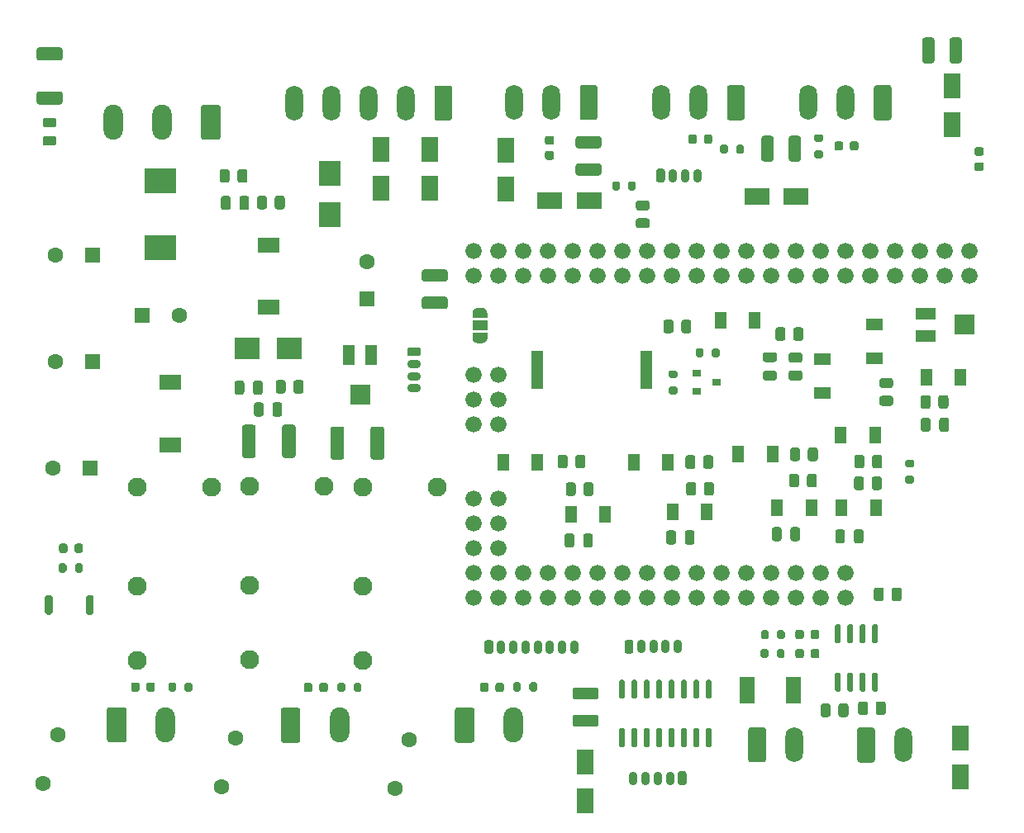
<source format=gbr>
%TF.GenerationSoftware,KiCad,Pcbnew,(5.1.9)-1*%
%TF.CreationDate,2021-01-26T21:07:48+02:00*%
%TF.ProjectId,Car_bs_controller_nex_mega,4361725f-6273-45f6-936f-6e74726f6c6c,rev?*%
%TF.SameCoordinates,Original*%
%TF.FileFunction,Soldermask,Top*%
%TF.FilePolarity,Negative*%
%FSLAX46Y46*%
G04 Gerber Fmt 4.6, Leading zero omitted, Abs format (unit mm)*
G04 Created by KiCad (PCBNEW (5.1.9)-1) date 2021-01-26 21:07:48*
%MOMM*%
%LPD*%
G01*
G04 APERTURE LIST*
%ADD10O,0.900000X1.400000*%
%ADD11R,1.800000X2.500000*%
%ADD12R,2.500000X1.800000*%
%ADD13C,1.676400*%
%ADD14R,1.300000X2.000000*%
%ADD15R,2.000000X2.000000*%
%ADD16C,1.600000*%
%ADD17R,2.000000X1.300000*%
%ADD18R,0.900000X0.800000*%
%ADD19R,1.200000X4.000000*%
%ADD20R,1.500000X1.000000*%
%ADD21C,0.100000*%
%ADD22O,2.000000X3.600000*%
%ADD23O,1.800000X3.600000*%
%ADD24R,1.500000X2.700000*%
%ADD25R,1.300000X1.700000*%
%ADD26R,1.700000X1.300000*%
%ADD27R,2.300000X2.500000*%
%ADD28R,2.500000X2.300000*%
%ADD29R,3.300000X2.500000*%
%ADD30R,1.600000X1.600000*%
%ADD31O,1.400000X0.900000*%
%ADD32R,2.200000X1.500000*%
%ADD33C,1.950000*%
G04 APERTURE END LIST*
%TO.C,R77*%
G36*
G01*
X120178880Y-61379780D02*
X120178880Y-60829780D01*
G75*
G02*
X120378880Y-60629780I200000J0D01*
G01*
X120778880Y-60629780D01*
G75*
G02*
X120978880Y-60829780I0J-200000D01*
G01*
X120978880Y-61379780D01*
G75*
G02*
X120778880Y-61579780I-200000J0D01*
G01*
X120378880Y-61579780D01*
G75*
G02*
X120178880Y-61379780I0J200000D01*
G01*
G37*
G36*
G01*
X118528880Y-61379780D02*
X118528880Y-60829780D01*
G75*
G02*
X118728880Y-60629780I200000J0D01*
G01*
X119128880Y-60629780D01*
G75*
G02*
X119328880Y-60829780I0J-200000D01*
G01*
X119328880Y-61379780D01*
G75*
G02*
X119128880Y-61579780I-200000J0D01*
G01*
X118728880Y-61579780D01*
G75*
G02*
X118528880Y-61379780I0J200000D01*
G01*
G37*
%TD*%
D10*
%TO.C,J15*%
X127249880Y-60043060D03*
X125999880Y-60043060D03*
X124749880Y-60043060D03*
G36*
G01*
X123049880Y-60518060D02*
X123049880Y-59568060D01*
G75*
G02*
X123274880Y-59343060I225000J0D01*
G01*
X123724880Y-59343060D01*
G75*
G02*
X123949880Y-59568060I0J-225000D01*
G01*
X123949880Y-60518060D01*
G75*
G02*
X123724880Y-60743060I-225000J0D01*
G01*
X123274880Y-60743060D01*
G75*
G02*
X123049880Y-60518060I0J225000D01*
G01*
G37*
%TD*%
D11*
%TO.C,D38*%
X115743000Y-120184000D03*
X115743000Y-124184000D03*
%TD*%
%TO.C,D44*%
X153345000Y-54806600D03*
X153345000Y-50806600D03*
%TD*%
D12*
%TO.C,D42*%
X133358000Y-62219800D03*
X137358000Y-62219800D03*
%TD*%
%TO.C,D43*%
X112168000Y-62595800D03*
X116168000Y-62595800D03*
%TD*%
%TO.C,F1*%
G36*
G01*
X61979101Y-48255200D02*
X59829099Y-48255200D01*
G75*
G02*
X59579100Y-48005201I0J249999D01*
G01*
X59579100Y-47155199D01*
G75*
G02*
X59829099Y-46905200I249999J0D01*
G01*
X61979101Y-46905200D01*
G75*
G02*
X62229100Y-47155199I0J-249999D01*
G01*
X62229100Y-48005201D01*
G75*
G02*
X61979101Y-48255200I-249999J0D01*
G01*
G37*
G36*
G01*
X61979101Y-52755200D02*
X59829099Y-52755200D01*
G75*
G02*
X59579100Y-52505201I0J249999D01*
G01*
X59579100Y-51655199D01*
G75*
G02*
X59829099Y-51405200I249999J0D01*
G01*
X61979101Y-51405200D01*
G75*
G02*
X62229100Y-51655199I0J-249999D01*
G01*
X62229100Y-52505201D01*
G75*
G02*
X61979101Y-52755200I-249999J0D01*
G01*
G37*
%TD*%
D10*
%TO.C,J8*%
X120710000Y-121839000D03*
X121960000Y-121839000D03*
X123210000Y-121839000D03*
X124460000Y-121839000D03*
G36*
G01*
X126160000Y-121364000D02*
X126160000Y-122314000D01*
G75*
G02*
X125935000Y-122539000I-225000J0D01*
G01*
X125485000Y-122539000D01*
G75*
G02*
X125260000Y-122314000I0J225000D01*
G01*
X125260000Y-121364000D01*
G75*
G02*
X125485000Y-121139000I225000J0D01*
G01*
X125935000Y-121139000D01*
G75*
G02*
X126160000Y-121364000I0J-225000D01*
G01*
G37*
%TD*%
%TO.C,U6*%
G36*
G01*
X128277000Y-116709000D02*
X128577000Y-116709000D01*
G75*
G02*
X128727000Y-116859000I0J-150000D01*
G01*
X128727000Y-118509000D01*
G75*
G02*
X128577000Y-118659000I-150000J0D01*
G01*
X128277000Y-118659000D01*
G75*
G02*
X128127000Y-118509000I0J150000D01*
G01*
X128127000Y-116859000D01*
G75*
G02*
X128277000Y-116709000I150000J0D01*
G01*
G37*
G36*
G01*
X127007000Y-116709000D02*
X127307000Y-116709000D01*
G75*
G02*
X127457000Y-116859000I0J-150000D01*
G01*
X127457000Y-118509000D01*
G75*
G02*
X127307000Y-118659000I-150000J0D01*
G01*
X127007000Y-118659000D01*
G75*
G02*
X126857000Y-118509000I0J150000D01*
G01*
X126857000Y-116859000D01*
G75*
G02*
X127007000Y-116709000I150000J0D01*
G01*
G37*
G36*
G01*
X125737000Y-116709000D02*
X126037000Y-116709000D01*
G75*
G02*
X126187000Y-116859000I0J-150000D01*
G01*
X126187000Y-118509000D01*
G75*
G02*
X126037000Y-118659000I-150000J0D01*
G01*
X125737000Y-118659000D01*
G75*
G02*
X125587000Y-118509000I0J150000D01*
G01*
X125587000Y-116859000D01*
G75*
G02*
X125737000Y-116709000I150000J0D01*
G01*
G37*
G36*
G01*
X124467000Y-116709000D02*
X124767000Y-116709000D01*
G75*
G02*
X124917000Y-116859000I0J-150000D01*
G01*
X124917000Y-118509000D01*
G75*
G02*
X124767000Y-118659000I-150000J0D01*
G01*
X124467000Y-118659000D01*
G75*
G02*
X124317000Y-118509000I0J150000D01*
G01*
X124317000Y-116859000D01*
G75*
G02*
X124467000Y-116709000I150000J0D01*
G01*
G37*
G36*
G01*
X123197000Y-116709000D02*
X123497000Y-116709000D01*
G75*
G02*
X123647000Y-116859000I0J-150000D01*
G01*
X123647000Y-118509000D01*
G75*
G02*
X123497000Y-118659000I-150000J0D01*
G01*
X123197000Y-118659000D01*
G75*
G02*
X123047000Y-118509000I0J150000D01*
G01*
X123047000Y-116859000D01*
G75*
G02*
X123197000Y-116709000I150000J0D01*
G01*
G37*
G36*
G01*
X121927000Y-116709000D02*
X122227000Y-116709000D01*
G75*
G02*
X122377000Y-116859000I0J-150000D01*
G01*
X122377000Y-118509000D01*
G75*
G02*
X122227000Y-118659000I-150000J0D01*
G01*
X121927000Y-118659000D01*
G75*
G02*
X121777000Y-118509000I0J150000D01*
G01*
X121777000Y-116859000D01*
G75*
G02*
X121927000Y-116709000I150000J0D01*
G01*
G37*
G36*
G01*
X120657000Y-116709000D02*
X120957000Y-116709000D01*
G75*
G02*
X121107000Y-116859000I0J-150000D01*
G01*
X121107000Y-118509000D01*
G75*
G02*
X120957000Y-118659000I-150000J0D01*
G01*
X120657000Y-118659000D01*
G75*
G02*
X120507000Y-118509000I0J150000D01*
G01*
X120507000Y-116859000D01*
G75*
G02*
X120657000Y-116709000I150000J0D01*
G01*
G37*
G36*
G01*
X119387000Y-116709000D02*
X119687000Y-116709000D01*
G75*
G02*
X119837000Y-116859000I0J-150000D01*
G01*
X119837000Y-118509000D01*
G75*
G02*
X119687000Y-118659000I-150000J0D01*
G01*
X119387000Y-118659000D01*
G75*
G02*
X119237000Y-118509000I0J150000D01*
G01*
X119237000Y-116859000D01*
G75*
G02*
X119387000Y-116709000I150000J0D01*
G01*
G37*
G36*
G01*
X119387000Y-111759000D02*
X119687000Y-111759000D01*
G75*
G02*
X119837000Y-111909000I0J-150000D01*
G01*
X119837000Y-113559000D01*
G75*
G02*
X119687000Y-113709000I-150000J0D01*
G01*
X119387000Y-113709000D01*
G75*
G02*
X119237000Y-113559000I0J150000D01*
G01*
X119237000Y-111909000D01*
G75*
G02*
X119387000Y-111759000I150000J0D01*
G01*
G37*
G36*
G01*
X120657000Y-111759000D02*
X120957000Y-111759000D01*
G75*
G02*
X121107000Y-111909000I0J-150000D01*
G01*
X121107000Y-113559000D01*
G75*
G02*
X120957000Y-113709000I-150000J0D01*
G01*
X120657000Y-113709000D01*
G75*
G02*
X120507000Y-113559000I0J150000D01*
G01*
X120507000Y-111909000D01*
G75*
G02*
X120657000Y-111759000I150000J0D01*
G01*
G37*
G36*
G01*
X121927000Y-111759000D02*
X122227000Y-111759000D01*
G75*
G02*
X122377000Y-111909000I0J-150000D01*
G01*
X122377000Y-113559000D01*
G75*
G02*
X122227000Y-113709000I-150000J0D01*
G01*
X121927000Y-113709000D01*
G75*
G02*
X121777000Y-113559000I0J150000D01*
G01*
X121777000Y-111909000D01*
G75*
G02*
X121927000Y-111759000I150000J0D01*
G01*
G37*
G36*
G01*
X123197000Y-111759000D02*
X123497000Y-111759000D01*
G75*
G02*
X123647000Y-111909000I0J-150000D01*
G01*
X123647000Y-113559000D01*
G75*
G02*
X123497000Y-113709000I-150000J0D01*
G01*
X123197000Y-113709000D01*
G75*
G02*
X123047000Y-113559000I0J150000D01*
G01*
X123047000Y-111909000D01*
G75*
G02*
X123197000Y-111759000I150000J0D01*
G01*
G37*
G36*
G01*
X124467000Y-111759000D02*
X124767000Y-111759000D01*
G75*
G02*
X124917000Y-111909000I0J-150000D01*
G01*
X124917000Y-113559000D01*
G75*
G02*
X124767000Y-113709000I-150000J0D01*
G01*
X124467000Y-113709000D01*
G75*
G02*
X124317000Y-113559000I0J150000D01*
G01*
X124317000Y-111909000D01*
G75*
G02*
X124467000Y-111759000I150000J0D01*
G01*
G37*
G36*
G01*
X125737000Y-111759000D02*
X126037000Y-111759000D01*
G75*
G02*
X126187000Y-111909000I0J-150000D01*
G01*
X126187000Y-113559000D01*
G75*
G02*
X126037000Y-113709000I-150000J0D01*
G01*
X125737000Y-113709000D01*
G75*
G02*
X125587000Y-113559000I0J150000D01*
G01*
X125587000Y-111909000D01*
G75*
G02*
X125737000Y-111759000I150000J0D01*
G01*
G37*
G36*
G01*
X127007000Y-111759000D02*
X127307000Y-111759000D01*
G75*
G02*
X127457000Y-111909000I0J-150000D01*
G01*
X127457000Y-113559000D01*
G75*
G02*
X127307000Y-113709000I-150000J0D01*
G01*
X127007000Y-113709000D01*
G75*
G02*
X126857000Y-113559000I0J150000D01*
G01*
X126857000Y-111909000D01*
G75*
G02*
X127007000Y-111759000I150000J0D01*
G01*
G37*
G36*
G01*
X128277000Y-111759000D02*
X128577000Y-111759000D01*
G75*
G02*
X128727000Y-111909000I0J-150000D01*
G01*
X128727000Y-113559000D01*
G75*
G02*
X128577000Y-113709000I-150000J0D01*
G01*
X128277000Y-113709000D01*
G75*
G02*
X128127000Y-113559000I0J150000D01*
G01*
X128127000Y-111909000D01*
G75*
G02*
X128277000Y-111759000I150000J0D01*
G01*
G37*
%TD*%
%TO.C,U5*%
G36*
G01*
X145321000Y-111014000D02*
X145621000Y-111014000D01*
G75*
G02*
X145771000Y-111164000I0J-150000D01*
G01*
X145771000Y-112814000D01*
G75*
G02*
X145621000Y-112964000I-150000J0D01*
G01*
X145321000Y-112964000D01*
G75*
G02*
X145171000Y-112814000I0J150000D01*
G01*
X145171000Y-111164000D01*
G75*
G02*
X145321000Y-111014000I150000J0D01*
G01*
G37*
G36*
G01*
X144051000Y-111014000D02*
X144351000Y-111014000D01*
G75*
G02*
X144501000Y-111164000I0J-150000D01*
G01*
X144501000Y-112814000D01*
G75*
G02*
X144351000Y-112964000I-150000J0D01*
G01*
X144051000Y-112964000D01*
G75*
G02*
X143901000Y-112814000I0J150000D01*
G01*
X143901000Y-111164000D01*
G75*
G02*
X144051000Y-111014000I150000J0D01*
G01*
G37*
G36*
G01*
X142781000Y-111014000D02*
X143081000Y-111014000D01*
G75*
G02*
X143231000Y-111164000I0J-150000D01*
G01*
X143231000Y-112814000D01*
G75*
G02*
X143081000Y-112964000I-150000J0D01*
G01*
X142781000Y-112964000D01*
G75*
G02*
X142631000Y-112814000I0J150000D01*
G01*
X142631000Y-111164000D01*
G75*
G02*
X142781000Y-111014000I150000J0D01*
G01*
G37*
G36*
G01*
X141511000Y-111014000D02*
X141811000Y-111014000D01*
G75*
G02*
X141961000Y-111164000I0J-150000D01*
G01*
X141961000Y-112814000D01*
G75*
G02*
X141811000Y-112964000I-150000J0D01*
G01*
X141511000Y-112964000D01*
G75*
G02*
X141361000Y-112814000I0J150000D01*
G01*
X141361000Y-111164000D01*
G75*
G02*
X141511000Y-111014000I150000J0D01*
G01*
G37*
G36*
G01*
X141511000Y-106064000D02*
X141811000Y-106064000D01*
G75*
G02*
X141961000Y-106214000I0J-150000D01*
G01*
X141961000Y-107864000D01*
G75*
G02*
X141811000Y-108014000I-150000J0D01*
G01*
X141511000Y-108014000D01*
G75*
G02*
X141361000Y-107864000I0J150000D01*
G01*
X141361000Y-106214000D01*
G75*
G02*
X141511000Y-106064000I150000J0D01*
G01*
G37*
G36*
G01*
X142781000Y-106064000D02*
X143081000Y-106064000D01*
G75*
G02*
X143231000Y-106214000I0J-150000D01*
G01*
X143231000Y-107864000D01*
G75*
G02*
X143081000Y-108014000I-150000J0D01*
G01*
X142781000Y-108014000D01*
G75*
G02*
X142631000Y-107864000I0J150000D01*
G01*
X142631000Y-106214000D01*
G75*
G02*
X142781000Y-106064000I150000J0D01*
G01*
G37*
G36*
G01*
X144051000Y-106064000D02*
X144351000Y-106064000D01*
G75*
G02*
X144501000Y-106214000I0J-150000D01*
G01*
X144501000Y-107864000D01*
G75*
G02*
X144351000Y-108014000I-150000J0D01*
G01*
X144051000Y-108014000D01*
G75*
G02*
X143901000Y-107864000I0J150000D01*
G01*
X143901000Y-106214000D01*
G75*
G02*
X144051000Y-106064000I150000J0D01*
G01*
G37*
G36*
G01*
X145321000Y-106064000D02*
X145621000Y-106064000D01*
G75*
G02*
X145771000Y-106214000I0J-150000D01*
G01*
X145771000Y-107864000D01*
G75*
G02*
X145621000Y-108014000I-150000J0D01*
G01*
X145321000Y-108014000D01*
G75*
G02*
X145171000Y-107864000I0J150000D01*
G01*
X145171000Y-106214000D01*
G75*
G02*
X145321000Y-106064000I150000J0D01*
G01*
G37*
%TD*%
D13*
%TO.C,U3*%
X104326000Y-82992000D03*
X104326000Y-85532000D03*
X106866000Y-85532000D03*
X106866000Y-82992000D03*
X104326000Y-80452000D03*
X106866000Y-80452000D03*
X106866000Y-93152000D03*
X104326000Y-93152000D03*
X104326000Y-95692000D03*
X106866000Y-95692000D03*
X106866000Y-98232000D03*
X104326000Y-98232000D03*
X104326000Y-100772000D03*
X104326000Y-103312000D03*
X106866000Y-100772000D03*
X106866000Y-103312000D03*
X109406000Y-100772000D03*
X109406000Y-103312000D03*
X111946000Y-100772000D03*
X111946000Y-103312000D03*
X114486000Y-100772000D03*
X114486000Y-103312000D03*
X117026000Y-100772000D03*
X117026000Y-103312000D03*
X119566000Y-100772000D03*
X119566000Y-103312000D03*
X122106000Y-100772000D03*
X122106000Y-103312000D03*
X124646000Y-100772000D03*
X124646000Y-103312000D03*
X127186000Y-100772000D03*
X127186000Y-103312000D03*
X129726000Y-100772000D03*
X129726000Y-103312000D03*
X132266000Y-100772000D03*
X132266000Y-103312000D03*
X134806000Y-100772000D03*
X134806000Y-103312000D03*
X137346000Y-103312000D03*
X137346000Y-100772000D03*
X139886000Y-100772000D03*
X139886000Y-103312000D03*
X142426000Y-103312000D03*
X142426000Y-100772000D03*
X114486000Y-70292000D03*
X111946000Y-70292000D03*
X109406000Y-70292000D03*
X106866000Y-70292000D03*
X104326000Y-70292000D03*
X104326000Y-67752000D03*
X106866000Y-67752000D03*
X109406000Y-67752000D03*
X111946000Y-67752000D03*
X114486000Y-67752000D03*
X117026000Y-70292000D03*
X119566000Y-70292000D03*
X122106000Y-70292000D03*
X124646000Y-70292000D03*
X127186000Y-70292000D03*
X129726000Y-70292000D03*
X132266000Y-70292000D03*
X134806000Y-70292000D03*
X137346000Y-70292000D03*
X139886000Y-70292000D03*
X117026000Y-67752000D03*
X119566000Y-67752000D03*
X122106000Y-67752000D03*
X124646000Y-67752000D03*
X127186000Y-67752000D03*
X129726000Y-67752000D03*
X132266000Y-67752000D03*
X134806000Y-67752000D03*
X137346000Y-67752000D03*
X139886000Y-67752000D03*
X142426000Y-67752000D03*
X142426000Y-70292000D03*
X144966000Y-70292000D03*
X144966000Y-67752000D03*
X147506000Y-67752000D03*
X147506000Y-70292000D03*
X150046000Y-70292000D03*
X150046000Y-67752000D03*
X152586000Y-67752000D03*
X152586000Y-70292000D03*
X155126000Y-67752000D03*
X155126000Y-70292000D03*
%TD*%
%TO.C,SW1*%
G36*
G01*
X60429100Y-104879000D02*
X60429100Y-103279000D01*
G75*
G02*
X60629100Y-103079000I200000J0D01*
G01*
X61029100Y-103079000D01*
G75*
G02*
X61229100Y-103279000I0J-200000D01*
G01*
X61229100Y-104879000D01*
G75*
G02*
X61029100Y-105079000I-200000J0D01*
G01*
X60629100Y-105079000D01*
G75*
G02*
X60429100Y-104879000I0J200000D01*
G01*
G37*
G36*
G01*
X64629100Y-104879000D02*
X64629100Y-103279000D01*
G75*
G02*
X64829100Y-103079000I200000J0D01*
G01*
X65229100Y-103079000D01*
G75*
G02*
X65429100Y-103279000I0J-200000D01*
G01*
X65429100Y-104879000D01*
G75*
G02*
X65229100Y-105079000I-200000J0D01*
G01*
X64829100Y-105079000D01*
G75*
G02*
X64629100Y-104879000I0J200000D01*
G01*
G37*
%TD*%
D14*
%TO.C,RV5*%
X91560000Y-78468700D03*
D15*
X92710000Y-82468700D03*
D14*
X93860000Y-78468700D03*
%TD*%
D16*
%TO.C,RV4*%
X60262600Y-122368000D03*
X61762600Y-117368000D03*
%TD*%
%TO.C,RV3*%
X96269700Y-122937000D03*
X97769700Y-117937000D03*
%TD*%
%TO.C,RV2*%
X78494800Y-122714000D03*
X79994800Y-117714000D03*
%TD*%
D17*
%TO.C,RV1*%
X150630000Y-76496600D03*
D15*
X154630000Y-75346600D03*
D17*
X150630000Y-74196600D03*
%TD*%
%TO.C,R63*%
G36*
G01*
X109204000Y-112201000D02*
X109204000Y-112751000D01*
G75*
G02*
X109004000Y-112951000I-200000J0D01*
G01*
X108604000Y-112951000D01*
G75*
G02*
X108404000Y-112751000I0J200000D01*
G01*
X108404000Y-112201000D01*
G75*
G02*
X108604000Y-112001000I200000J0D01*
G01*
X109004000Y-112001000D01*
G75*
G02*
X109204000Y-112201000I0J-200000D01*
G01*
G37*
G36*
G01*
X110854000Y-112201000D02*
X110854000Y-112751000D01*
G75*
G02*
X110654000Y-112951000I-200000J0D01*
G01*
X110254000Y-112951000D01*
G75*
G02*
X110054000Y-112751000I0J200000D01*
G01*
X110054000Y-112201000D01*
G75*
G02*
X110254000Y-112001000I200000J0D01*
G01*
X110654000Y-112001000D01*
G75*
G02*
X110854000Y-112201000I0J-200000D01*
G01*
G37*
%TD*%
%TO.C,R62*%
G36*
G01*
X91213100Y-112262000D02*
X91213100Y-112812000D01*
G75*
G02*
X91013100Y-113012000I-200000J0D01*
G01*
X90613100Y-113012000D01*
G75*
G02*
X90413100Y-112812000I0J200000D01*
G01*
X90413100Y-112262000D01*
G75*
G02*
X90613100Y-112062000I200000J0D01*
G01*
X91013100Y-112062000D01*
G75*
G02*
X91213100Y-112262000I0J-200000D01*
G01*
G37*
G36*
G01*
X92863100Y-112262000D02*
X92863100Y-112812000D01*
G75*
G02*
X92663100Y-113012000I-200000J0D01*
G01*
X92263100Y-113012000D01*
G75*
G02*
X92063100Y-112812000I0J200000D01*
G01*
X92063100Y-112262000D01*
G75*
G02*
X92263100Y-112062000I200000J0D01*
G01*
X92663100Y-112062000D01*
G75*
G02*
X92863100Y-112262000I0J-200000D01*
G01*
G37*
%TD*%
%TO.C,R61*%
G36*
G01*
X73877100Y-112222000D02*
X73877100Y-112772000D01*
G75*
G02*
X73677100Y-112972000I-200000J0D01*
G01*
X73277100Y-112972000D01*
G75*
G02*
X73077100Y-112772000I0J200000D01*
G01*
X73077100Y-112222000D01*
G75*
G02*
X73277100Y-112022000I200000J0D01*
G01*
X73677100Y-112022000D01*
G75*
G02*
X73877100Y-112222000I0J-200000D01*
G01*
G37*
G36*
G01*
X75527100Y-112222000D02*
X75527100Y-112772000D01*
G75*
G02*
X75327100Y-112972000I-200000J0D01*
G01*
X74927100Y-112972000D01*
G75*
G02*
X74727100Y-112772000I0J200000D01*
G01*
X74727100Y-112222000D01*
G75*
G02*
X74927100Y-112022000I200000J0D01*
G01*
X75327100Y-112022000D01*
G75*
G02*
X75527100Y-112222000I0J-200000D01*
G01*
G37*
%TD*%
%TO.C,R59*%
G36*
G01*
X140919000Y-114433999D02*
X140919000Y-115334001D01*
G75*
G02*
X140669001Y-115584000I-249999J0D01*
G01*
X140143999Y-115584000D01*
G75*
G02*
X139894000Y-115334001I0J249999D01*
G01*
X139894000Y-114433999D01*
G75*
G02*
X140143999Y-114184000I249999J0D01*
G01*
X140669001Y-114184000D01*
G75*
G02*
X140919000Y-114433999I0J-249999D01*
G01*
G37*
G36*
G01*
X142744000Y-114433999D02*
X142744000Y-115334001D01*
G75*
G02*
X142494001Y-115584000I-249999J0D01*
G01*
X141968999Y-115584000D01*
G75*
G02*
X141719000Y-115334001I0J249999D01*
G01*
X141719000Y-114433999D01*
G75*
G02*
X141968999Y-114184000I249999J0D01*
G01*
X142494001Y-114184000D01*
G75*
G02*
X142744000Y-114433999I0J-249999D01*
G01*
G37*
%TD*%
%TO.C,R58*%
G36*
G01*
X144749000Y-114215999D02*
X144749000Y-115116001D01*
G75*
G02*
X144499001Y-115366000I-249999J0D01*
G01*
X143973999Y-115366000D01*
G75*
G02*
X143724000Y-115116001I0J249999D01*
G01*
X143724000Y-114215999D01*
G75*
G02*
X143973999Y-113966000I249999J0D01*
G01*
X144499001Y-113966000D01*
G75*
G02*
X144749000Y-114215999I0J-249999D01*
G01*
G37*
G36*
G01*
X146574000Y-114215999D02*
X146574000Y-115116001D01*
G75*
G02*
X146324001Y-115366000I-249999J0D01*
G01*
X145798999Y-115366000D01*
G75*
G02*
X145549000Y-115116001I0J249999D01*
G01*
X145549000Y-114215999D01*
G75*
G02*
X145798999Y-113966000I249999J0D01*
G01*
X146324001Y-113966000D01*
G75*
G02*
X146574000Y-114215999I0J-249999D01*
G01*
G37*
%TD*%
%TO.C,R56*%
G36*
G01*
X125617000Y-75974401D02*
X125617000Y-75074399D01*
G75*
G02*
X125866999Y-74824400I249999J0D01*
G01*
X126392001Y-74824400D01*
G75*
G02*
X126642000Y-75074399I0J-249999D01*
G01*
X126642000Y-75974401D01*
G75*
G02*
X126392001Y-76224400I-249999J0D01*
G01*
X125866999Y-76224400D01*
G75*
G02*
X125617000Y-75974401I0J249999D01*
G01*
G37*
G36*
G01*
X123792000Y-75974401D02*
X123792000Y-75074399D01*
G75*
G02*
X124041999Y-74824400I249999J0D01*
G01*
X124567001Y-74824400D01*
G75*
G02*
X124817000Y-75074399I0J-249999D01*
G01*
X124817000Y-75974401D01*
G75*
G02*
X124567001Y-76224400I-249999J0D01*
G01*
X124041999Y-76224400D01*
G75*
G02*
X123792000Y-75974401I0J249999D01*
G01*
G37*
%TD*%
%TO.C,R55*%
G36*
G01*
X124508000Y-81676600D02*
X125058000Y-81676600D01*
G75*
G02*
X125258000Y-81876600I0J-200000D01*
G01*
X125258000Y-82276600D01*
G75*
G02*
X125058000Y-82476600I-200000J0D01*
G01*
X124508000Y-82476600D01*
G75*
G02*
X124308000Y-82276600I0J200000D01*
G01*
X124308000Y-81876600D01*
G75*
G02*
X124508000Y-81676600I200000J0D01*
G01*
G37*
G36*
G01*
X124508000Y-80026600D02*
X125058000Y-80026600D01*
G75*
G02*
X125258000Y-80226600I0J-200000D01*
G01*
X125258000Y-80626600D01*
G75*
G02*
X125058000Y-80826600I-200000J0D01*
G01*
X124508000Y-80826600D01*
G75*
G02*
X124308000Y-80626600I0J200000D01*
G01*
X124308000Y-80226600D01*
G75*
G02*
X124508000Y-80026600I200000J0D01*
G01*
G37*
%TD*%
%TO.C,R53*%
G36*
G01*
X128736000Y-78486700D02*
X128736000Y-77936700D01*
G75*
G02*
X128936000Y-77736700I200000J0D01*
G01*
X129336000Y-77736700D01*
G75*
G02*
X129536000Y-77936700I0J-200000D01*
G01*
X129536000Y-78486700D01*
G75*
G02*
X129336000Y-78686700I-200000J0D01*
G01*
X128936000Y-78686700D01*
G75*
G02*
X128736000Y-78486700I0J200000D01*
G01*
G37*
G36*
G01*
X127086000Y-78486700D02*
X127086000Y-77936700D01*
G75*
G02*
X127286000Y-77736700I200000J0D01*
G01*
X127686000Y-77736700D01*
G75*
G02*
X127886000Y-77936700I0J-200000D01*
G01*
X127886000Y-78486700D01*
G75*
G02*
X127686000Y-78686700I-200000J0D01*
G01*
X127286000Y-78686700D01*
G75*
G02*
X127086000Y-78486700I0J200000D01*
G01*
G37*
%TD*%
%TO.C,R52*%
G36*
G01*
X135409000Y-109338000D02*
X135409000Y-108788000D01*
G75*
G02*
X135609000Y-108588000I200000J0D01*
G01*
X136009000Y-108588000D01*
G75*
G02*
X136209000Y-108788000I0J-200000D01*
G01*
X136209000Y-109338000D01*
G75*
G02*
X136009000Y-109538000I-200000J0D01*
G01*
X135609000Y-109538000D01*
G75*
G02*
X135409000Y-109338000I0J200000D01*
G01*
G37*
G36*
G01*
X133759000Y-109338000D02*
X133759000Y-108788000D01*
G75*
G02*
X133959000Y-108588000I200000J0D01*
G01*
X134359000Y-108588000D01*
G75*
G02*
X134559000Y-108788000I0J-200000D01*
G01*
X134559000Y-109338000D01*
G75*
G02*
X134359000Y-109538000I-200000J0D01*
G01*
X133959000Y-109538000D01*
G75*
G02*
X133759000Y-109338000I0J200000D01*
G01*
G37*
%TD*%
%TO.C,R50*%
G36*
G01*
X135423000Y-107405000D02*
X135423000Y-106855000D01*
G75*
G02*
X135623000Y-106655000I200000J0D01*
G01*
X136023000Y-106655000D01*
G75*
G02*
X136223000Y-106855000I0J-200000D01*
G01*
X136223000Y-107405000D01*
G75*
G02*
X136023000Y-107605000I-200000J0D01*
G01*
X135623000Y-107605000D01*
G75*
G02*
X135423000Y-107405000I0J200000D01*
G01*
G37*
G36*
G01*
X133773000Y-107405000D02*
X133773000Y-106855000D01*
G75*
G02*
X133973000Y-106655000I200000J0D01*
G01*
X134373000Y-106655000D01*
G75*
G02*
X134573000Y-106855000I0J-200000D01*
G01*
X134573000Y-107405000D01*
G75*
G02*
X134373000Y-107605000I-200000J0D01*
G01*
X133973000Y-107605000D01*
G75*
G02*
X133773000Y-107405000I0J200000D01*
G01*
G37*
%TD*%
%TO.C,R49*%
G36*
G01*
X121220999Y-64423200D02*
X122121001Y-64423200D01*
G75*
G02*
X122371000Y-64673199I0J-249999D01*
G01*
X122371000Y-65198201D01*
G75*
G02*
X122121001Y-65448200I-249999J0D01*
G01*
X121220999Y-65448200D01*
G75*
G02*
X120971000Y-65198201I0J249999D01*
G01*
X120971000Y-64673199D01*
G75*
G02*
X121220999Y-64423200I249999J0D01*
G01*
G37*
G36*
G01*
X121220999Y-62598200D02*
X122121001Y-62598200D01*
G75*
G02*
X122371000Y-62848199I0J-249999D01*
G01*
X122371000Y-63373201D01*
G75*
G02*
X122121001Y-63623200I-249999J0D01*
G01*
X121220999Y-63623200D01*
G75*
G02*
X120971000Y-63373201I0J249999D01*
G01*
X120971000Y-62848199D01*
G75*
G02*
X121220999Y-62598200I249999J0D01*
G01*
G37*
%TD*%
%TO.C,R48*%
G36*
G01*
X146375000Y-102536999D02*
X146375000Y-103437001D01*
G75*
G02*
X146125001Y-103687000I-249999J0D01*
G01*
X145599999Y-103687000D01*
G75*
G02*
X145350000Y-103437001I0J249999D01*
G01*
X145350000Y-102536999D01*
G75*
G02*
X145599999Y-102287000I249999J0D01*
G01*
X146125001Y-102287000D01*
G75*
G02*
X146375000Y-102536999I0J-249999D01*
G01*
G37*
G36*
G01*
X148200000Y-102536999D02*
X148200000Y-103437001D01*
G75*
G02*
X147950001Y-103687000I-249999J0D01*
G01*
X147424999Y-103687000D01*
G75*
G02*
X147175000Y-103437001I0J249999D01*
G01*
X147175000Y-102536999D01*
G75*
G02*
X147424999Y-102287000I249999J0D01*
G01*
X147950001Y-102287000D01*
G75*
G02*
X148200000Y-102536999I0J-249999D01*
G01*
G37*
%TD*%
%TO.C,R47*%
G36*
G01*
X63511500Y-100564000D02*
X63511500Y-100014000D01*
G75*
G02*
X63711500Y-99814000I200000J0D01*
G01*
X64111500Y-99814000D01*
G75*
G02*
X64311500Y-100014000I0J-200000D01*
G01*
X64311500Y-100564000D01*
G75*
G02*
X64111500Y-100764000I-200000J0D01*
G01*
X63711500Y-100764000D01*
G75*
G02*
X63511500Y-100564000I0J200000D01*
G01*
G37*
G36*
G01*
X61861500Y-100564000D02*
X61861500Y-100014000D01*
G75*
G02*
X62061500Y-99814000I200000J0D01*
G01*
X62461500Y-99814000D01*
G75*
G02*
X62661500Y-100014000I0J-200000D01*
G01*
X62661500Y-100564000D01*
G75*
G02*
X62461500Y-100764000I-200000J0D01*
G01*
X62061500Y-100764000D01*
G75*
G02*
X61861500Y-100564000I0J200000D01*
G01*
G37*
%TD*%
%TO.C,R41*%
G36*
G01*
X139415000Y-57465300D02*
X139965000Y-57465300D01*
G75*
G02*
X140165000Y-57665300I0J-200000D01*
G01*
X140165000Y-58065300D01*
G75*
G02*
X139965000Y-58265300I-200000J0D01*
G01*
X139415000Y-58265300D01*
G75*
G02*
X139215000Y-58065300I0J200000D01*
G01*
X139215000Y-57665300D01*
G75*
G02*
X139415000Y-57465300I200000J0D01*
G01*
G37*
G36*
G01*
X139415000Y-55815300D02*
X139965000Y-55815300D01*
G75*
G02*
X140165000Y-56015300I0J-200000D01*
G01*
X140165000Y-56415300D01*
G75*
G02*
X139965000Y-56615300I-200000J0D01*
G01*
X139415000Y-56615300D01*
G75*
G02*
X139215000Y-56415300I0J200000D01*
G01*
X139215000Y-56015300D01*
G75*
G02*
X139415000Y-55815300I200000J0D01*
G01*
G37*
%TD*%
%TO.C,R39*%
G36*
G01*
X130403000Y-57063000D02*
X130403000Y-57613000D01*
G75*
G02*
X130203000Y-57813000I-200000J0D01*
G01*
X129803000Y-57813000D01*
G75*
G02*
X129603000Y-57613000I0J200000D01*
G01*
X129603000Y-57063000D01*
G75*
G02*
X129803000Y-56863000I200000J0D01*
G01*
X130203000Y-56863000D01*
G75*
G02*
X130403000Y-57063000I0J-200000D01*
G01*
G37*
G36*
G01*
X132053000Y-57063000D02*
X132053000Y-57613000D01*
G75*
G02*
X131853000Y-57813000I-200000J0D01*
G01*
X131453000Y-57813000D01*
G75*
G02*
X131253000Y-57613000I0J200000D01*
G01*
X131253000Y-57063000D01*
G75*
G02*
X131453000Y-56863000I200000J0D01*
G01*
X131853000Y-56863000D01*
G75*
G02*
X132053000Y-57063000I0J-200000D01*
G01*
G37*
%TD*%
%TO.C,R37*%
G36*
G01*
X148754000Y-90813400D02*
X149304000Y-90813400D01*
G75*
G02*
X149504000Y-91013400I0J-200000D01*
G01*
X149504000Y-91413400D01*
G75*
G02*
X149304000Y-91613400I-200000J0D01*
G01*
X148754000Y-91613400D01*
G75*
G02*
X148554000Y-91413400I0J200000D01*
G01*
X148554000Y-91013400D01*
G75*
G02*
X148754000Y-90813400I200000J0D01*
G01*
G37*
G36*
G01*
X148754000Y-89163400D02*
X149304000Y-89163400D01*
G75*
G02*
X149504000Y-89363400I0J-200000D01*
G01*
X149504000Y-89763400D01*
G75*
G02*
X149304000Y-89963400I-200000J0D01*
G01*
X148754000Y-89963400D01*
G75*
G02*
X148554000Y-89763400I0J200000D01*
G01*
X148554000Y-89363400D01*
G75*
G02*
X148754000Y-89163400I200000J0D01*
G01*
G37*
%TD*%
%TO.C,R33*%
G36*
G01*
X151964000Y-83716301D02*
X151964000Y-82816299D01*
G75*
G02*
X152213999Y-82566300I249999J0D01*
G01*
X152739001Y-82566300D01*
G75*
G02*
X152989000Y-82816299I0J-249999D01*
G01*
X152989000Y-83716301D01*
G75*
G02*
X152739001Y-83966300I-249999J0D01*
G01*
X152213999Y-83966300D01*
G75*
G02*
X151964000Y-83716301I0J249999D01*
G01*
G37*
G36*
G01*
X150139000Y-83716301D02*
X150139000Y-82816299D01*
G75*
G02*
X150388999Y-82566300I249999J0D01*
G01*
X150914001Y-82566300D01*
G75*
G02*
X151164000Y-82816299I0J-249999D01*
G01*
X151164000Y-83716301D01*
G75*
G02*
X150914001Y-83966300I-249999J0D01*
G01*
X150388999Y-83966300D01*
G75*
G02*
X150139000Y-83716301I0J249999D01*
G01*
G37*
%TD*%
%TO.C,R32*%
G36*
G01*
X138497000Y-91778201D02*
X138497000Y-90878199D01*
G75*
G02*
X138746999Y-90628200I249999J0D01*
G01*
X139272001Y-90628200D01*
G75*
G02*
X139522000Y-90878199I0J-249999D01*
G01*
X139522000Y-91778201D01*
G75*
G02*
X139272001Y-92028200I-249999J0D01*
G01*
X138746999Y-92028200D01*
G75*
G02*
X138497000Y-91778201I0J249999D01*
G01*
G37*
G36*
G01*
X136672000Y-91778201D02*
X136672000Y-90878199D01*
G75*
G02*
X136921999Y-90628200I249999J0D01*
G01*
X137447001Y-90628200D01*
G75*
G02*
X137697000Y-90878199I0J-249999D01*
G01*
X137697000Y-91778201D01*
G75*
G02*
X137447001Y-92028200I-249999J0D01*
G01*
X136921999Y-92028200D01*
G75*
G02*
X136672000Y-91778201I0J249999D01*
G01*
G37*
%TD*%
%TO.C,R31*%
G36*
G01*
X145141000Y-92052601D02*
X145141000Y-91152599D01*
G75*
G02*
X145390999Y-90902600I249999J0D01*
G01*
X145916001Y-90902600D01*
G75*
G02*
X146166000Y-91152599I0J-249999D01*
G01*
X146166000Y-92052601D01*
G75*
G02*
X145916001Y-92302600I-249999J0D01*
G01*
X145390999Y-92302600D01*
G75*
G02*
X145141000Y-92052601I0J249999D01*
G01*
G37*
G36*
G01*
X143316000Y-92052601D02*
X143316000Y-91152599D01*
G75*
G02*
X143565999Y-90902600I249999J0D01*
G01*
X144091001Y-90902600D01*
G75*
G02*
X144341000Y-91152599I0J-249999D01*
G01*
X144341000Y-92052601D01*
G75*
G02*
X144091001Y-92302600I-249999J0D01*
G01*
X143565999Y-92302600D01*
G75*
G02*
X143316000Y-92052601I0J249999D01*
G01*
G37*
%TD*%
%TO.C,R30*%
G36*
G01*
X127942000Y-92626601D02*
X127942000Y-91726599D01*
G75*
G02*
X128191999Y-91476600I249999J0D01*
G01*
X128717001Y-91476600D01*
G75*
G02*
X128967000Y-91726599I0J-249999D01*
G01*
X128967000Y-92626601D01*
G75*
G02*
X128717001Y-92876600I-249999J0D01*
G01*
X128191999Y-92876600D01*
G75*
G02*
X127942000Y-92626601I0J249999D01*
G01*
G37*
G36*
G01*
X126117000Y-92626601D02*
X126117000Y-91726599D01*
G75*
G02*
X126366999Y-91476600I249999J0D01*
G01*
X126892001Y-91476600D01*
G75*
G02*
X127142000Y-91726599I0J-249999D01*
G01*
X127142000Y-92626601D01*
G75*
G02*
X126892001Y-92876600I-249999J0D01*
G01*
X126366999Y-92876600D01*
G75*
G02*
X126117000Y-92626601I0J249999D01*
G01*
G37*
%TD*%
%TO.C,R29*%
G36*
G01*
X147069001Y-81833100D02*
X146168999Y-81833100D01*
G75*
G02*
X145919000Y-81583101I0J249999D01*
G01*
X145919000Y-81058099D01*
G75*
G02*
X146168999Y-80808100I249999J0D01*
G01*
X147069001Y-80808100D01*
G75*
G02*
X147319000Y-81058099I0J-249999D01*
G01*
X147319000Y-81583101D01*
G75*
G02*
X147069001Y-81833100I-249999J0D01*
G01*
G37*
G36*
G01*
X147069001Y-83658100D02*
X146168999Y-83658100D01*
G75*
G02*
X145919000Y-83408101I0J249999D01*
G01*
X145919000Y-82883099D01*
G75*
G02*
X146168999Y-82633100I249999J0D01*
G01*
X147069001Y-82633100D01*
G75*
G02*
X147319000Y-82883099I0J-249999D01*
G01*
X147319000Y-83408101D01*
G75*
G02*
X147069001Y-83658100I-249999J0D01*
G01*
G37*
%TD*%
%TO.C,R28*%
G36*
G01*
X137789000Y-88185799D02*
X137789000Y-89085801D01*
G75*
G02*
X137539001Y-89335800I-249999J0D01*
G01*
X137013999Y-89335800D01*
G75*
G02*
X136764000Y-89085801I0J249999D01*
G01*
X136764000Y-88185799D01*
G75*
G02*
X137013999Y-87935800I249999J0D01*
G01*
X137539001Y-87935800D01*
G75*
G02*
X137789000Y-88185799I0J-249999D01*
G01*
G37*
G36*
G01*
X139614000Y-88185799D02*
X139614000Y-89085801D01*
G75*
G02*
X139364001Y-89335800I-249999J0D01*
G01*
X138838999Y-89335800D01*
G75*
G02*
X138589000Y-89085801I0J249999D01*
G01*
X138589000Y-88185799D01*
G75*
G02*
X138838999Y-87935800I249999J0D01*
G01*
X139364001Y-87935800D01*
G75*
G02*
X139614000Y-88185799I0J-249999D01*
G01*
G37*
%TD*%
%TO.C,R27*%
G36*
G01*
X145180000Y-89837701D02*
X145180000Y-88937699D01*
G75*
G02*
X145429999Y-88687700I249999J0D01*
G01*
X145955001Y-88687700D01*
G75*
G02*
X146205000Y-88937699I0J-249999D01*
G01*
X146205000Y-89837701D01*
G75*
G02*
X145955001Y-90087700I-249999J0D01*
G01*
X145429999Y-90087700D01*
G75*
G02*
X145180000Y-89837701I0J249999D01*
G01*
G37*
G36*
G01*
X143355000Y-89837701D02*
X143355000Y-88937699D01*
G75*
G02*
X143604999Y-88687700I249999J0D01*
G01*
X144130001Y-88687700D01*
G75*
G02*
X144380000Y-88937699I0J-249999D01*
G01*
X144380000Y-89837701D01*
G75*
G02*
X144130001Y-90087700I-249999J0D01*
G01*
X143604999Y-90087700D01*
G75*
G02*
X143355000Y-89837701I0J249999D01*
G01*
G37*
%TD*%
%TO.C,R26*%
G36*
G01*
X115612000Y-92657101D02*
X115612000Y-91757099D01*
G75*
G02*
X115861999Y-91507100I249999J0D01*
G01*
X116387001Y-91507100D01*
G75*
G02*
X116637000Y-91757099I0J-249999D01*
G01*
X116637000Y-92657101D01*
G75*
G02*
X116387001Y-92907100I-249999J0D01*
G01*
X115861999Y-92907100D01*
G75*
G02*
X115612000Y-92657101I0J249999D01*
G01*
G37*
G36*
G01*
X113787000Y-92657101D02*
X113787000Y-91757099D01*
G75*
G02*
X114036999Y-91507100I249999J0D01*
G01*
X114562001Y-91507100D01*
G75*
G02*
X114812000Y-91757099I0J-249999D01*
G01*
X114812000Y-92657101D01*
G75*
G02*
X114562001Y-92907100I-249999J0D01*
G01*
X114036999Y-92907100D01*
G75*
G02*
X113787000Y-92657101I0J249999D01*
G01*
G37*
%TD*%
%TO.C,R25*%
G36*
G01*
X127067000Y-88978299D02*
X127067000Y-89878301D01*
G75*
G02*
X126817001Y-90128300I-249999J0D01*
G01*
X126291999Y-90128300D01*
G75*
G02*
X126042000Y-89878301I0J249999D01*
G01*
X126042000Y-88978299D01*
G75*
G02*
X126291999Y-88728300I249999J0D01*
G01*
X126817001Y-88728300D01*
G75*
G02*
X127067000Y-88978299I0J-249999D01*
G01*
G37*
G36*
G01*
X128892000Y-88978299D02*
X128892000Y-89878301D01*
G75*
G02*
X128642001Y-90128300I-249999J0D01*
G01*
X128116999Y-90128300D01*
G75*
G02*
X127867000Y-89878301I0J249999D01*
G01*
X127867000Y-88978299D01*
G75*
G02*
X128116999Y-88728300I249999J0D01*
G01*
X128642001Y-88728300D01*
G75*
G02*
X128892000Y-88978299I0J-249999D01*
G01*
G37*
%TD*%
%TO.C,R24*%
G36*
G01*
X136872999Y-80030900D02*
X137773001Y-80030900D01*
G75*
G02*
X138023000Y-80280899I0J-249999D01*
G01*
X138023000Y-80805901D01*
G75*
G02*
X137773001Y-81055900I-249999J0D01*
G01*
X136872999Y-81055900D01*
G75*
G02*
X136623000Y-80805901I0J249999D01*
G01*
X136623000Y-80280899D01*
G75*
G02*
X136872999Y-80030900I249999J0D01*
G01*
G37*
G36*
G01*
X136872999Y-78205900D02*
X137773001Y-78205900D01*
G75*
G02*
X138023000Y-78455899I0J-249999D01*
G01*
X138023000Y-78980901D01*
G75*
G02*
X137773001Y-79230900I-249999J0D01*
G01*
X136872999Y-79230900D01*
G75*
G02*
X136623000Y-78980901I0J249999D01*
G01*
X136623000Y-78455899D01*
G75*
G02*
X136872999Y-78205900I249999J0D01*
G01*
G37*
%TD*%
%TO.C,R23*%
G36*
G01*
X113979000Y-88927499D02*
X113979000Y-89827501D01*
G75*
G02*
X113729001Y-90077500I-249999J0D01*
G01*
X113203999Y-90077500D01*
G75*
G02*
X112954000Y-89827501I0J249999D01*
G01*
X112954000Y-88927499D01*
G75*
G02*
X113203999Y-88677500I249999J0D01*
G01*
X113729001Y-88677500D01*
G75*
G02*
X113979000Y-88927499I0J-249999D01*
G01*
G37*
G36*
G01*
X115804000Y-88927499D02*
X115804000Y-89827501D01*
G75*
G02*
X115554001Y-90077500I-249999J0D01*
G01*
X115028999Y-90077500D01*
G75*
G02*
X114779000Y-89827501I0J249999D01*
G01*
X114779000Y-88927499D01*
G75*
G02*
X115028999Y-88677500I249999J0D01*
G01*
X115554001Y-88677500D01*
G75*
G02*
X115804000Y-88927499I0J-249999D01*
G01*
G37*
%TD*%
%TO.C,R22*%
G36*
G01*
X137095000Y-76751601D02*
X137095000Y-75851599D01*
G75*
G02*
X137344999Y-75601600I249999J0D01*
G01*
X137870001Y-75601600D01*
G75*
G02*
X138120000Y-75851599I0J-249999D01*
G01*
X138120000Y-76751601D01*
G75*
G02*
X137870001Y-77001600I-249999J0D01*
G01*
X137344999Y-77001600D01*
G75*
G02*
X137095000Y-76751601I0J249999D01*
G01*
G37*
G36*
G01*
X135270000Y-76751601D02*
X135270000Y-75851599D01*
G75*
G02*
X135519999Y-75601600I249999J0D01*
G01*
X136045001Y-75601600D01*
G75*
G02*
X136295000Y-75851599I0J-249999D01*
G01*
X136295000Y-76751601D01*
G75*
G02*
X136045001Y-77001600I-249999J0D01*
G01*
X135519999Y-77001600D01*
G75*
G02*
X135270000Y-76751601I0J249999D01*
G01*
G37*
%TD*%
%TO.C,R14*%
G36*
G01*
X80157900Y-60541301D02*
X80157900Y-59641299D01*
G75*
G02*
X80407899Y-59391300I249999J0D01*
G01*
X80932901Y-59391300D01*
G75*
G02*
X81182900Y-59641299I0J-249999D01*
G01*
X81182900Y-60541301D01*
G75*
G02*
X80932901Y-60791300I-249999J0D01*
G01*
X80407899Y-60791300D01*
G75*
G02*
X80157900Y-60541301I0J249999D01*
G01*
G37*
G36*
G01*
X78332900Y-60541301D02*
X78332900Y-59641299D01*
G75*
G02*
X78582899Y-59391300I249999J0D01*
G01*
X79107901Y-59391300D01*
G75*
G02*
X79357900Y-59641299I0J-249999D01*
G01*
X79357900Y-60541301D01*
G75*
G02*
X79107901Y-60791300I-249999J0D01*
G01*
X78582899Y-60791300D01*
G75*
G02*
X78332900Y-60541301I0J249999D01*
G01*
G37*
%TD*%
%TO.C,R12*%
G36*
G01*
X83978100Y-63264201D02*
X83978100Y-62364199D01*
G75*
G02*
X84228099Y-62114200I249999J0D01*
G01*
X84753101Y-62114200D01*
G75*
G02*
X85003100Y-62364199I0J-249999D01*
G01*
X85003100Y-63264201D01*
G75*
G02*
X84753101Y-63514200I-249999J0D01*
G01*
X84228099Y-63514200D01*
G75*
G02*
X83978100Y-63264201I0J249999D01*
G01*
G37*
G36*
G01*
X82153100Y-63264201D02*
X82153100Y-62364199D01*
G75*
G02*
X82403099Y-62114200I249999J0D01*
G01*
X82928101Y-62114200D01*
G75*
G02*
X83178100Y-62364199I0J-249999D01*
G01*
X83178100Y-63264201D01*
G75*
G02*
X82928101Y-63514200I-249999J0D01*
G01*
X82403099Y-63514200D01*
G75*
G02*
X82153100Y-63264201I0J249999D01*
G01*
G37*
%TD*%
%TO.C,R10*%
G36*
G01*
X85904700Y-82156701D02*
X85904700Y-81256699D01*
G75*
G02*
X86154699Y-81006700I249999J0D01*
G01*
X86679701Y-81006700D01*
G75*
G02*
X86929700Y-81256699I0J-249999D01*
G01*
X86929700Y-82156701D01*
G75*
G02*
X86679701Y-82406700I-249999J0D01*
G01*
X86154699Y-82406700D01*
G75*
G02*
X85904700Y-82156701I0J249999D01*
G01*
G37*
G36*
G01*
X84079700Y-82156701D02*
X84079700Y-81256699D01*
G75*
G02*
X84329699Y-81006700I249999J0D01*
G01*
X84854701Y-81006700D01*
G75*
G02*
X85104700Y-81256699I0J-249999D01*
G01*
X85104700Y-82156701D01*
G75*
G02*
X84854701Y-82406700I-249999J0D01*
G01*
X84329699Y-82406700D01*
G75*
G02*
X84079700Y-82156701I0J249999D01*
G01*
G37*
%TD*%
D18*
%TO.C,Q1*%
X129235000Y-81241900D03*
X127235000Y-82191900D03*
X127235000Y-80291900D03*
%TD*%
D19*
%TO.C,LS1*%
X122044000Y-79941400D03*
X110844000Y-79941400D03*
%TD*%
D20*
%TO.C,JP1*%
X104993000Y-75422800D03*
D21*
G36*
X105742398Y-76722800D02*
G01*
X105742398Y-76747334D01*
X105737588Y-76796165D01*
X105728016Y-76844290D01*
X105713772Y-76891245D01*
X105694995Y-76936578D01*
X105671864Y-76979851D01*
X105644604Y-77020650D01*
X105613476Y-77058579D01*
X105578779Y-77093276D01*
X105540850Y-77124404D01*
X105500051Y-77151664D01*
X105456778Y-77174795D01*
X105411445Y-77193572D01*
X105364490Y-77207816D01*
X105316365Y-77217388D01*
X105267534Y-77222198D01*
X105243000Y-77222198D01*
X105243000Y-77222800D01*
X104743000Y-77222800D01*
X104743000Y-77222198D01*
X104718466Y-77222198D01*
X104669635Y-77217388D01*
X104621510Y-77207816D01*
X104574555Y-77193572D01*
X104529222Y-77174795D01*
X104485949Y-77151664D01*
X104445150Y-77124404D01*
X104407221Y-77093276D01*
X104372524Y-77058579D01*
X104341396Y-77020650D01*
X104314136Y-76979851D01*
X104291005Y-76936578D01*
X104272228Y-76891245D01*
X104257984Y-76844290D01*
X104248412Y-76796165D01*
X104243602Y-76747334D01*
X104243602Y-76722800D01*
X104243000Y-76722800D01*
X104243000Y-76172800D01*
X105743000Y-76172800D01*
X105743000Y-76722800D01*
X105742398Y-76722800D01*
G37*
G36*
X104243000Y-74672800D02*
G01*
X104243000Y-74122800D01*
X104243602Y-74122800D01*
X104243602Y-74098266D01*
X104248412Y-74049435D01*
X104257984Y-74001310D01*
X104272228Y-73954355D01*
X104291005Y-73909022D01*
X104314136Y-73865749D01*
X104341396Y-73824950D01*
X104372524Y-73787021D01*
X104407221Y-73752324D01*
X104445150Y-73721196D01*
X104485949Y-73693936D01*
X104529222Y-73670805D01*
X104574555Y-73652028D01*
X104621510Y-73637784D01*
X104669635Y-73628212D01*
X104718466Y-73623402D01*
X104743000Y-73623402D01*
X104743000Y-73622800D01*
X105243000Y-73622800D01*
X105243000Y-73623402D01*
X105267534Y-73623402D01*
X105316365Y-73628212D01*
X105364490Y-73637784D01*
X105411445Y-73652028D01*
X105456778Y-73670805D01*
X105500051Y-73693936D01*
X105540850Y-73721196D01*
X105578779Y-73752324D01*
X105613476Y-73787021D01*
X105644604Y-73824950D01*
X105671864Y-73865749D01*
X105694995Y-73909022D01*
X105713772Y-73954355D01*
X105728016Y-74001310D01*
X105737588Y-74049435D01*
X105742398Y-74098266D01*
X105742398Y-74122800D01*
X105743000Y-74122800D01*
X105743000Y-74672800D01*
X104243000Y-74672800D01*
G37*
%TD*%
D22*
%TO.C,J14*%
X108439000Y-116398000D03*
G36*
G01*
X102439000Y-117948000D02*
X102439000Y-114848000D01*
G75*
G02*
X102689000Y-114598000I250000J0D01*
G01*
X104189000Y-114598000D01*
G75*
G02*
X104439000Y-114848000I0J-250000D01*
G01*
X104439000Y-117948000D01*
G75*
G02*
X104189000Y-118198000I-250000J0D01*
G01*
X102689000Y-118198000D01*
G75*
G02*
X102439000Y-117948000I0J250000D01*
G01*
G37*
%TD*%
%TO.C,J13*%
X90598000Y-116408000D03*
G36*
G01*
X84598000Y-117958000D02*
X84598000Y-114858000D01*
G75*
G02*
X84848000Y-114608000I250000J0D01*
G01*
X86348000Y-114608000D01*
G75*
G02*
X86598000Y-114858000I0J-250000D01*
G01*
X86598000Y-117958000D01*
G75*
G02*
X86348000Y-118208000I-250000J0D01*
G01*
X84848000Y-118208000D01*
G75*
G02*
X84598000Y-117958000I0J250000D01*
G01*
G37*
%TD*%
%TO.C,J12*%
X72787500Y-116373000D03*
G36*
G01*
X66787500Y-117923000D02*
X66787500Y-114823000D01*
G75*
G02*
X67037500Y-114573000I250000J0D01*
G01*
X68537500Y-114573000D01*
G75*
G02*
X68787500Y-114823000I0J-250000D01*
G01*
X68787500Y-117923000D01*
G75*
G02*
X68537500Y-118173000I-250000J0D01*
G01*
X67037500Y-118173000D01*
G75*
G02*
X66787500Y-117923000I0J250000D01*
G01*
G37*
%TD*%
D23*
%TO.C,J7*%
X138643000Y-52572900D03*
X142453000Y-52572900D03*
G36*
G01*
X147163000Y-51022900D02*
X147163000Y-54122900D01*
G75*
G02*
X146913000Y-54372900I-250000J0D01*
G01*
X145613000Y-54372900D01*
G75*
G02*
X145363000Y-54122900I0J250000D01*
G01*
X145363000Y-51022900D01*
G75*
G02*
X145613000Y-50772900I250000J0D01*
G01*
X146913000Y-50772900D01*
G75*
G02*
X147163000Y-51022900I0J-250000D01*
G01*
G37*
%TD*%
%TO.C,J6*%
X137201000Y-118415000D03*
G36*
G01*
X132491000Y-119965000D02*
X132491000Y-116865000D01*
G75*
G02*
X132741000Y-116615000I250000J0D01*
G01*
X134041000Y-116615000D01*
G75*
G02*
X134291000Y-116865000I0J-250000D01*
G01*
X134291000Y-119965000D01*
G75*
G02*
X134041000Y-120215000I-250000J0D01*
G01*
X132741000Y-120215000D01*
G75*
G02*
X132491000Y-119965000I0J250000D01*
G01*
G37*
%TD*%
%TO.C,J5*%
X148361000Y-118440000D03*
G36*
G01*
X143651000Y-119990000D02*
X143651000Y-116890000D01*
G75*
G02*
X143901000Y-116640000I250000J0D01*
G01*
X145201000Y-116640000D01*
G75*
G02*
X145451000Y-116890000I0J-250000D01*
G01*
X145451000Y-119990000D01*
G75*
G02*
X145201000Y-120240000I-250000J0D01*
G01*
X143901000Y-120240000D01*
G75*
G02*
X143651000Y-119990000I0J250000D01*
G01*
G37*
%TD*%
%TO.C,J4*%
X123591000Y-52572900D03*
X127401000Y-52572900D03*
G36*
G01*
X132111000Y-51022900D02*
X132111000Y-54122900D01*
G75*
G02*
X131861000Y-54372900I-250000J0D01*
G01*
X130561000Y-54372900D01*
G75*
G02*
X130311000Y-54122900I0J250000D01*
G01*
X130311000Y-51022900D01*
G75*
G02*
X130561000Y-50772900I250000J0D01*
G01*
X131861000Y-50772900D01*
G75*
G02*
X132111000Y-51022900I0J-250000D01*
G01*
G37*
%TD*%
%TO.C,J3*%
X108514000Y-52547500D03*
X112324000Y-52547500D03*
G36*
G01*
X117034000Y-50997500D02*
X117034000Y-54097500D01*
G75*
G02*
X116784000Y-54347500I-250000J0D01*
G01*
X115484000Y-54347500D01*
G75*
G02*
X115234000Y-54097500I0J250000D01*
G01*
X115234000Y-50997500D01*
G75*
G02*
X115484000Y-50747500I250000J0D01*
G01*
X116784000Y-50747500D01*
G75*
G02*
X117034000Y-50997500I0J-250000D01*
G01*
G37*
%TD*%
%TO.C,J2*%
X85996000Y-52603400D03*
X89806000Y-52603400D03*
X93616000Y-52603400D03*
X97426000Y-52603400D03*
G36*
G01*
X102136000Y-51053400D02*
X102136000Y-54153400D01*
G75*
G02*
X101886000Y-54403400I-250000J0D01*
G01*
X100586000Y-54403400D01*
G75*
G02*
X100336000Y-54153400I0J250000D01*
G01*
X100336000Y-51053400D01*
G75*
G02*
X100586000Y-50803400I250000J0D01*
G01*
X101886000Y-50803400D01*
G75*
G02*
X102136000Y-51053400I0J-250000D01*
G01*
G37*
%TD*%
D22*
%TO.C,J1*%
X67429400Y-54584600D03*
X72429400Y-54584600D03*
G36*
G01*
X78429400Y-53034600D02*
X78429400Y-56134600D01*
G75*
G02*
X78179400Y-56384600I-250000J0D01*
G01*
X76679400Y-56384600D01*
G75*
G02*
X76429400Y-56134600I0J250000D01*
G01*
X76429400Y-53034600D01*
G75*
G02*
X76679400Y-52784600I250000J0D01*
G01*
X78179400Y-52784600D01*
G75*
G02*
X78429400Y-53034600I0J-250000D01*
G01*
G37*
%TD*%
%TO.C,F6*%
G36*
G01*
X116884000Y-113776000D02*
X114734000Y-113776000D01*
G75*
G02*
X114484000Y-113526000I0J250000D01*
G01*
X114484000Y-112776000D01*
G75*
G02*
X114734000Y-112526000I250000J0D01*
G01*
X116884000Y-112526000D01*
G75*
G02*
X117134000Y-112776000I0J-250000D01*
G01*
X117134000Y-113526000D01*
G75*
G02*
X116884000Y-113776000I-250000J0D01*
G01*
G37*
G36*
G01*
X116884000Y-116576000D02*
X114734000Y-116576000D01*
G75*
G02*
X114484000Y-116326000I0J250000D01*
G01*
X114484000Y-115576000D01*
G75*
G02*
X114734000Y-115326000I250000J0D01*
G01*
X116884000Y-115326000D01*
G75*
G02*
X117134000Y-115576000I0J-250000D01*
G01*
X117134000Y-116326000D01*
G75*
G02*
X116884000Y-116576000I-250000J0D01*
G01*
G37*
%TD*%
%TO.C,F5*%
G36*
G01*
X99291000Y-72476200D02*
X101441000Y-72476200D01*
G75*
G02*
X101691000Y-72726200I0J-250000D01*
G01*
X101691000Y-73476200D01*
G75*
G02*
X101441000Y-73726200I-250000J0D01*
G01*
X99291000Y-73726200D01*
G75*
G02*
X99041000Y-73476200I0J250000D01*
G01*
X99041000Y-72726200D01*
G75*
G02*
X99291000Y-72476200I250000J0D01*
G01*
G37*
G36*
G01*
X99291000Y-69676200D02*
X101441000Y-69676200D01*
G75*
G02*
X101691000Y-69926200I0J-250000D01*
G01*
X101691000Y-70676200D01*
G75*
G02*
X101441000Y-70926200I-250000J0D01*
G01*
X99291000Y-70926200D01*
G75*
G02*
X99041000Y-70676200I0J250000D01*
G01*
X99041000Y-69926200D01*
G75*
G02*
X99291000Y-69676200I250000J0D01*
G01*
G37*
%TD*%
%TO.C,F4*%
G36*
G01*
X153111000Y-48288500D02*
X153111000Y-46138500D01*
G75*
G02*
X153361000Y-45888500I250000J0D01*
G01*
X154111000Y-45888500D01*
G75*
G02*
X154361000Y-46138500I0J-250000D01*
G01*
X154361000Y-48288500D01*
G75*
G02*
X154111000Y-48538500I-250000J0D01*
G01*
X153361000Y-48538500D01*
G75*
G02*
X153111000Y-48288500I0J250000D01*
G01*
G37*
G36*
G01*
X150311000Y-48288500D02*
X150311000Y-46138500D01*
G75*
G02*
X150561000Y-45888500I250000J0D01*
G01*
X151311000Y-45888500D01*
G75*
G02*
X151561000Y-46138500I0J-250000D01*
G01*
X151561000Y-48288500D01*
G75*
G02*
X151311000Y-48538500I-250000J0D01*
G01*
X150561000Y-48538500D01*
G75*
G02*
X150311000Y-48288500I0J250000D01*
G01*
G37*
%TD*%
%TO.C,F3*%
G36*
G01*
X115049000Y-58796700D02*
X117199000Y-58796700D01*
G75*
G02*
X117449000Y-59046700I0J-250000D01*
G01*
X117449000Y-59796700D01*
G75*
G02*
X117199000Y-60046700I-250000J0D01*
G01*
X115049000Y-60046700D01*
G75*
G02*
X114799000Y-59796700I0J250000D01*
G01*
X114799000Y-59046700D01*
G75*
G02*
X115049000Y-58796700I250000J0D01*
G01*
G37*
G36*
G01*
X115049000Y-55996700D02*
X117199000Y-55996700D01*
G75*
G02*
X117449000Y-56246700I0J-250000D01*
G01*
X117449000Y-56996700D01*
G75*
G02*
X117199000Y-57246700I-250000J0D01*
G01*
X115049000Y-57246700D01*
G75*
G02*
X114799000Y-56996700I0J250000D01*
G01*
X114799000Y-56246700D01*
G75*
G02*
X115049000Y-55996700I250000J0D01*
G01*
G37*
%TD*%
%TO.C,F2*%
G36*
G01*
X136626000Y-58362200D02*
X136626000Y-56212200D01*
G75*
G02*
X136876000Y-55962200I250000J0D01*
G01*
X137626000Y-55962200D01*
G75*
G02*
X137876000Y-56212200I0J-250000D01*
G01*
X137876000Y-58362200D01*
G75*
G02*
X137626000Y-58612200I-250000J0D01*
G01*
X136876000Y-58612200D01*
G75*
G02*
X136626000Y-58362200I0J250000D01*
G01*
G37*
G36*
G01*
X133826000Y-58362200D02*
X133826000Y-56212200D01*
G75*
G02*
X134076000Y-55962200I250000J0D01*
G01*
X134826000Y-55962200D01*
G75*
G02*
X135076000Y-56212200I0J-250000D01*
G01*
X135076000Y-58362200D01*
G75*
G02*
X134826000Y-58612200I-250000J0D01*
G01*
X134076000Y-58612200D01*
G75*
G02*
X133826000Y-58362200I0J250000D01*
G01*
G37*
%TD*%
D24*
%TO.C,D48*%
X137140000Y-112806000D03*
X132340000Y-112806000D03*
%TD*%
%TO.C,D41*%
G36*
G01*
X105883000Y-112285750D02*
X105883000Y-112798250D01*
G75*
G02*
X105664250Y-113017000I-218750J0D01*
G01*
X105226750Y-113017000D01*
G75*
G02*
X105008000Y-112798250I0J218750D01*
G01*
X105008000Y-112285750D01*
G75*
G02*
X105226750Y-112067000I218750J0D01*
G01*
X105664250Y-112067000D01*
G75*
G02*
X105883000Y-112285750I0J-218750D01*
G01*
G37*
G36*
G01*
X107458000Y-112285750D02*
X107458000Y-112798250D01*
G75*
G02*
X107239250Y-113017000I-218750J0D01*
G01*
X106801750Y-113017000D01*
G75*
G02*
X106583000Y-112798250I0J218750D01*
G01*
X106583000Y-112285750D01*
G75*
G02*
X106801750Y-112067000I218750J0D01*
G01*
X107239250Y-112067000D01*
G75*
G02*
X107458000Y-112285750I0J-218750D01*
G01*
G37*
%TD*%
%TO.C,D40*%
G36*
G01*
X87833600Y-112285750D02*
X87833600Y-112798250D01*
G75*
G02*
X87614850Y-113017000I-218750J0D01*
G01*
X87177350Y-113017000D01*
G75*
G02*
X86958600Y-112798250I0J218750D01*
G01*
X86958600Y-112285750D01*
G75*
G02*
X87177350Y-112067000I218750J0D01*
G01*
X87614850Y-112067000D01*
G75*
G02*
X87833600Y-112285750I0J-218750D01*
G01*
G37*
G36*
G01*
X89408600Y-112285750D02*
X89408600Y-112798250D01*
G75*
G02*
X89189850Y-113017000I-218750J0D01*
G01*
X88752350Y-113017000D01*
G75*
G02*
X88533600Y-112798250I0J218750D01*
G01*
X88533600Y-112285750D01*
G75*
G02*
X88752350Y-112067000I218750J0D01*
G01*
X89189850Y-112067000D01*
G75*
G02*
X89408600Y-112285750I0J-218750D01*
G01*
G37*
%TD*%
%TO.C,D39*%
G36*
G01*
X70129800Y-112255750D02*
X70129800Y-112768250D01*
G75*
G02*
X69911050Y-112987000I-218750J0D01*
G01*
X69473550Y-112987000D01*
G75*
G02*
X69254800Y-112768250I0J218750D01*
G01*
X69254800Y-112255750D01*
G75*
G02*
X69473550Y-112037000I218750J0D01*
G01*
X69911050Y-112037000D01*
G75*
G02*
X70129800Y-112255750I0J-218750D01*
G01*
G37*
G36*
G01*
X71704800Y-112255750D02*
X71704800Y-112768250D01*
G75*
G02*
X71486050Y-112987000I-218750J0D01*
G01*
X71048550Y-112987000D01*
G75*
G02*
X70829800Y-112768250I0J218750D01*
G01*
X70829800Y-112255750D01*
G75*
G02*
X71048550Y-112037000I218750J0D01*
G01*
X71486050Y-112037000D01*
G75*
G02*
X71704800Y-112255750I0J-218750D01*
G01*
G37*
%TD*%
D11*
%TO.C,D37*%
X154234000Y-117720000D03*
X154234000Y-121720000D03*
%TD*%
%TO.C,D35*%
G36*
G01*
X138887000Y-109329250D02*
X138887000Y-108816750D01*
G75*
G02*
X139105750Y-108598000I218750J0D01*
G01*
X139543250Y-108598000D01*
G75*
G02*
X139762000Y-108816750I0J-218750D01*
G01*
X139762000Y-109329250D01*
G75*
G02*
X139543250Y-109548000I-218750J0D01*
G01*
X139105750Y-109548000D01*
G75*
G02*
X138887000Y-109329250I0J218750D01*
G01*
G37*
G36*
G01*
X137312000Y-109329250D02*
X137312000Y-108816750D01*
G75*
G02*
X137530750Y-108598000I218750J0D01*
G01*
X137968250Y-108598000D01*
G75*
G02*
X138187000Y-108816750I0J-218750D01*
G01*
X138187000Y-109329250D01*
G75*
G02*
X137968250Y-109548000I-218750J0D01*
G01*
X137530750Y-109548000D01*
G75*
G02*
X137312000Y-109329250I0J218750D01*
G01*
G37*
%TD*%
%TO.C,D34*%
G36*
G01*
X138871000Y-107363250D02*
X138871000Y-106850750D01*
G75*
G02*
X139089750Y-106632000I218750J0D01*
G01*
X139527250Y-106632000D01*
G75*
G02*
X139746000Y-106850750I0J-218750D01*
G01*
X139746000Y-107363250D01*
G75*
G02*
X139527250Y-107582000I-218750J0D01*
G01*
X139089750Y-107582000D01*
G75*
G02*
X138871000Y-107363250I0J218750D01*
G01*
G37*
G36*
G01*
X137296000Y-107363250D02*
X137296000Y-106850750D01*
G75*
G02*
X137514750Y-106632000I218750J0D01*
G01*
X137952250Y-106632000D01*
G75*
G02*
X138171000Y-106850750I0J-218750D01*
G01*
X138171000Y-107363250D01*
G75*
G02*
X137952250Y-107582000I-218750J0D01*
G01*
X137514750Y-107582000D01*
G75*
G02*
X137296000Y-107363250I0J218750D01*
G01*
G37*
%TD*%
%TO.C,D33*%
G36*
G01*
X63448600Y-98523750D02*
X63448600Y-98011250D01*
G75*
G02*
X63667350Y-97792500I218750J0D01*
G01*
X64104850Y-97792500D01*
G75*
G02*
X64323600Y-98011250I0J-218750D01*
G01*
X64323600Y-98523750D01*
G75*
G02*
X64104850Y-98742500I-218750J0D01*
G01*
X63667350Y-98742500D01*
G75*
G02*
X63448600Y-98523750I0J218750D01*
G01*
G37*
G36*
G01*
X61873600Y-98523750D02*
X61873600Y-98011250D01*
G75*
G02*
X62092350Y-97792500I218750J0D01*
G01*
X62529850Y-97792500D01*
G75*
G02*
X62748600Y-98011250I0J-218750D01*
G01*
X62748600Y-98523750D01*
G75*
G02*
X62529850Y-98742500I-218750J0D01*
G01*
X62092350Y-98742500D01*
G75*
G02*
X61873600Y-98523750I0J218750D01*
G01*
G37*
%TD*%
%TO.C,D32*%
G36*
G01*
X142900000Y-57264050D02*
X142900000Y-56751550D01*
G75*
G02*
X143118750Y-56532800I218750J0D01*
G01*
X143556250Y-56532800D01*
G75*
G02*
X143775000Y-56751550I0J-218750D01*
G01*
X143775000Y-57264050D01*
G75*
G02*
X143556250Y-57482800I-218750J0D01*
G01*
X143118750Y-57482800D01*
G75*
G02*
X142900000Y-57264050I0J218750D01*
G01*
G37*
G36*
G01*
X141325000Y-57264050D02*
X141325000Y-56751550D01*
G75*
G02*
X141543750Y-56532800I218750J0D01*
G01*
X141981250Y-56532800D01*
G75*
G02*
X142200000Y-56751550I0J-218750D01*
G01*
X142200000Y-57264050D01*
G75*
G02*
X141981250Y-57482800I-218750J0D01*
G01*
X141543750Y-57482800D01*
G75*
G02*
X141325000Y-57264050I0J218750D01*
G01*
G37*
%TD*%
%TO.C,D31*%
G36*
G01*
X127926480Y-56557890D02*
X127926480Y-56045390D01*
G75*
G02*
X128145230Y-55826640I218750J0D01*
G01*
X128582730Y-55826640D01*
G75*
G02*
X128801480Y-56045390I0J-218750D01*
G01*
X128801480Y-56557890D01*
G75*
G02*
X128582730Y-56776640I-218750J0D01*
G01*
X128145230Y-56776640D01*
G75*
G02*
X127926480Y-56557890I0J218750D01*
G01*
G37*
G36*
G01*
X126351480Y-56557890D02*
X126351480Y-56045390D01*
G75*
G02*
X126570230Y-55826640I218750J0D01*
G01*
X127007730Y-55826640D01*
G75*
G02*
X127226480Y-56045390I0J-218750D01*
G01*
X127226480Y-56557890D01*
G75*
G02*
X127007730Y-56776640I-218750J0D01*
G01*
X126570230Y-56776640D01*
G75*
G02*
X126351480Y-56557890I0J218750D01*
G01*
G37*
%TD*%
D25*
%TO.C,D28*%
X154229000Y-80731400D03*
X150729000Y-80731400D03*
%TD*%
%TO.C,D27*%
X138953000Y-94122200D03*
X135453000Y-94122200D03*
%TD*%
%TO.C,D26*%
X145539000Y-94076500D03*
X142039000Y-94076500D03*
%TD*%
%TO.C,D25*%
X128255000Y-94528600D03*
X124755000Y-94528600D03*
%TD*%
%TO.C,D24*%
X117836000Y-94767400D03*
X114336000Y-94767400D03*
%TD*%
D26*
%TO.C,D23*%
X140081000Y-82379800D03*
X140081000Y-78879800D03*
%TD*%
%TO.C,D22*%
X145390000Y-75290700D03*
X145390000Y-78790700D03*
%TD*%
D25*
%TO.C,D21*%
X134971000Y-88635800D03*
X131471000Y-88635800D03*
%TD*%
%TO.C,D20*%
X145471000Y-86685100D03*
X141971000Y-86685100D03*
%TD*%
%TO.C,D19*%
X120731000Y-89484200D03*
X124231000Y-89484200D03*
%TD*%
%TO.C,D18*%
X107396000Y-89423200D03*
X110896000Y-89423200D03*
%TD*%
%TO.C,D17*%
X133137000Y-74891900D03*
X129637000Y-74891900D03*
%TD*%
D11*
%TO.C,D15*%
X94828400Y-61359800D03*
X94828400Y-57359800D03*
%TD*%
%TO.C,D14*%
X107605000Y-61454800D03*
X107605000Y-57454800D03*
%TD*%
%TO.C,D13*%
X99857600Y-61359800D03*
X99857600Y-57359800D03*
%TD*%
D27*
%TO.C,D10*%
X89575600Y-59794400D03*
X89575600Y-64094400D03*
%TD*%
D28*
%TO.C,D9*%
X85476100Y-77800200D03*
X81176100Y-77800200D03*
%TD*%
%TO.C,D7*%
G36*
G01*
X60442750Y-55999600D02*
X61355250Y-55999600D01*
G75*
G02*
X61599000Y-56243350I0J-243750D01*
G01*
X61599000Y-56730850D01*
G75*
G02*
X61355250Y-56974600I-243750J0D01*
G01*
X60442750Y-56974600D01*
G75*
G02*
X60199000Y-56730850I0J243750D01*
G01*
X60199000Y-56243350D01*
G75*
G02*
X60442750Y-55999600I243750J0D01*
G01*
G37*
G36*
G01*
X60442750Y-54124600D02*
X61355250Y-54124600D01*
G75*
G02*
X61599000Y-54368350I0J-243750D01*
G01*
X61599000Y-54855850D01*
G75*
G02*
X61355250Y-55099600I-243750J0D01*
G01*
X60442750Y-55099600D01*
G75*
G02*
X60199000Y-54855850I0J243750D01*
G01*
X60199000Y-54368350D01*
G75*
G02*
X60442750Y-54124600I243750J0D01*
G01*
G37*
%TD*%
D29*
%TO.C,D3*%
X72283300Y-60618200D03*
X72283300Y-67418200D03*
%TD*%
%TO.C,C31*%
G36*
G01*
X112373000Y-56875800D02*
X111873000Y-56875800D01*
G75*
G02*
X111648000Y-56650800I0J225000D01*
G01*
X111648000Y-56200800D01*
G75*
G02*
X111873000Y-55975800I225000J0D01*
G01*
X112373000Y-55975800D01*
G75*
G02*
X112598000Y-56200800I0J-225000D01*
G01*
X112598000Y-56650800D01*
G75*
G02*
X112373000Y-56875800I-225000J0D01*
G01*
G37*
G36*
G01*
X112373000Y-58425800D02*
X111873000Y-58425800D01*
G75*
G02*
X111648000Y-58200800I0J225000D01*
G01*
X111648000Y-57750800D01*
G75*
G02*
X111873000Y-57525800I225000J0D01*
G01*
X112373000Y-57525800D01*
G75*
G02*
X112598000Y-57750800I0J-225000D01*
G01*
X112598000Y-58200800D01*
G75*
G02*
X112373000Y-58425800I-225000J0D01*
G01*
G37*
%TD*%
%TO.C,C30*%
G36*
G01*
X155879000Y-58676700D02*
X156379000Y-58676700D01*
G75*
G02*
X156604000Y-58901700I0J-225000D01*
G01*
X156604000Y-59351700D01*
G75*
G02*
X156379000Y-59576700I-225000J0D01*
G01*
X155879000Y-59576700D01*
G75*
G02*
X155654000Y-59351700I0J225000D01*
G01*
X155654000Y-58901700D01*
G75*
G02*
X155879000Y-58676700I225000J0D01*
G01*
G37*
G36*
G01*
X155879000Y-57126700D02*
X156379000Y-57126700D01*
G75*
G02*
X156604000Y-57351700I0J-225000D01*
G01*
X156604000Y-57801700D01*
G75*
G02*
X156379000Y-58026700I-225000J0D01*
G01*
X155879000Y-58026700D01*
G75*
G02*
X155654000Y-57801700I0J225000D01*
G01*
X155654000Y-57351700D01*
G75*
G02*
X155879000Y-57126700I225000J0D01*
G01*
G37*
%TD*%
%TO.C,C25*%
G36*
G01*
X152052000Y-86073000D02*
X152052000Y-85123000D01*
G75*
G02*
X152302000Y-84873000I250000J0D01*
G01*
X152802000Y-84873000D01*
G75*
G02*
X153052000Y-85123000I0J-250000D01*
G01*
X153052000Y-86073000D01*
G75*
G02*
X152802000Y-86323000I-250000J0D01*
G01*
X152302000Y-86323000D01*
G75*
G02*
X152052000Y-86073000I0J250000D01*
G01*
G37*
G36*
G01*
X150152000Y-86073000D02*
X150152000Y-85123000D01*
G75*
G02*
X150402000Y-84873000I250000J0D01*
G01*
X150902000Y-84873000D01*
G75*
G02*
X151152000Y-85123000I0J-250000D01*
G01*
X151152000Y-86073000D01*
G75*
G02*
X150902000Y-86323000I-250000J0D01*
G01*
X150402000Y-86323000D01*
G75*
G02*
X150152000Y-86073000I0J250000D01*
G01*
G37*
%TD*%
%TO.C,C24*%
G36*
G01*
X136802000Y-97294700D02*
X136802000Y-96344700D01*
G75*
G02*
X137052000Y-96094700I250000J0D01*
G01*
X137552000Y-96094700D01*
G75*
G02*
X137802000Y-96344700I0J-250000D01*
G01*
X137802000Y-97294700D01*
G75*
G02*
X137552000Y-97544700I-250000J0D01*
G01*
X137052000Y-97544700D01*
G75*
G02*
X136802000Y-97294700I0J250000D01*
G01*
G37*
G36*
G01*
X134902000Y-97294700D02*
X134902000Y-96344700D01*
G75*
G02*
X135152000Y-96094700I250000J0D01*
G01*
X135652000Y-96094700D01*
G75*
G02*
X135902000Y-96344700I0J-250000D01*
G01*
X135902000Y-97294700D01*
G75*
G02*
X135652000Y-97544700I-250000J0D01*
G01*
X135152000Y-97544700D01*
G75*
G02*
X134902000Y-97294700I0J250000D01*
G01*
G37*
%TD*%
%TO.C,C23*%
G36*
G01*
X143295000Y-97523300D02*
X143295000Y-96573300D01*
G75*
G02*
X143545000Y-96323300I250000J0D01*
G01*
X144045000Y-96323300D01*
G75*
G02*
X144295000Y-96573300I0J-250000D01*
G01*
X144295000Y-97523300D01*
G75*
G02*
X144045000Y-97773300I-250000J0D01*
G01*
X143545000Y-97773300D01*
G75*
G02*
X143295000Y-97523300I0J250000D01*
G01*
G37*
G36*
G01*
X141395000Y-97523300D02*
X141395000Y-96573300D01*
G75*
G02*
X141645000Y-96323300I250000J0D01*
G01*
X142145000Y-96323300D01*
G75*
G02*
X142395000Y-96573300I0J-250000D01*
G01*
X142395000Y-97523300D01*
G75*
G02*
X142145000Y-97773300I-250000J0D01*
G01*
X141645000Y-97773300D01*
G75*
G02*
X141395000Y-97523300I0J250000D01*
G01*
G37*
%TD*%
%TO.C,C22*%
G36*
G01*
X125982000Y-97630000D02*
X125982000Y-96680000D01*
G75*
G02*
X126232000Y-96430000I250000J0D01*
G01*
X126732000Y-96430000D01*
G75*
G02*
X126982000Y-96680000I0J-250000D01*
G01*
X126982000Y-97630000D01*
G75*
G02*
X126732000Y-97880000I-250000J0D01*
G01*
X126232000Y-97880000D01*
G75*
G02*
X125982000Y-97630000I0J250000D01*
G01*
G37*
G36*
G01*
X124082000Y-97630000D02*
X124082000Y-96680000D01*
G75*
G02*
X124332000Y-96430000I250000J0D01*
G01*
X124832000Y-96430000D01*
G75*
G02*
X125082000Y-96680000I0J-250000D01*
G01*
X125082000Y-97630000D01*
G75*
G02*
X124832000Y-97880000I-250000J0D01*
G01*
X124332000Y-97880000D01*
G75*
G02*
X124082000Y-97630000I0J250000D01*
G01*
G37*
%TD*%
%TO.C,C21*%
G36*
G01*
X115563000Y-97945000D02*
X115563000Y-96995000D01*
G75*
G02*
X115813000Y-96745000I250000J0D01*
G01*
X116313000Y-96745000D01*
G75*
G02*
X116563000Y-96995000I0J-250000D01*
G01*
X116563000Y-97945000D01*
G75*
G02*
X116313000Y-98195000I-250000J0D01*
G01*
X115813000Y-98195000D01*
G75*
G02*
X115563000Y-97945000I0J250000D01*
G01*
G37*
G36*
G01*
X113663000Y-97945000D02*
X113663000Y-96995000D01*
G75*
G02*
X113913000Y-96745000I250000J0D01*
G01*
X114413000Y-96745000D01*
G75*
G02*
X114663000Y-96995000I0J-250000D01*
G01*
X114663000Y-97945000D01*
G75*
G02*
X114413000Y-98195000I-250000J0D01*
G01*
X113913000Y-98195000D01*
G75*
G02*
X113663000Y-97945000I0J250000D01*
G01*
G37*
%TD*%
%TO.C,C20*%
G36*
G01*
X134221000Y-80068800D02*
X135171000Y-80068800D01*
G75*
G02*
X135421000Y-80318800I0J-250000D01*
G01*
X135421000Y-80818800D01*
G75*
G02*
X135171000Y-81068800I-250000J0D01*
G01*
X134221000Y-81068800D01*
G75*
G02*
X133971000Y-80818800I0J250000D01*
G01*
X133971000Y-80318800D01*
G75*
G02*
X134221000Y-80068800I250000J0D01*
G01*
G37*
G36*
G01*
X134221000Y-78168800D02*
X135171000Y-78168800D01*
G75*
G02*
X135421000Y-78418800I0J-250000D01*
G01*
X135421000Y-78918800D01*
G75*
G02*
X135171000Y-79168800I-250000J0D01*
G01*
X134221000Y-79168800D01*
G75*
G02*
X133971000Y-78918800I0J250000D01*
G01*
X133971000Y-78418800D01*
G75*
G02*
X134221000Y-78168800I250000J0D01*
G01*
G37*
%TD*%
D16*
%TO.C,C19*%
X93426300Y-68884600D03*
D30*
X93426300Y-72684600D03*
%TD*%
D16*
%TO.C,C17*%
X61274800Y-90022700D03*
D30*
X65074800Y-90022700D03*
%TD*%
%TO.C,C15*%
G36*
G01*
X83736600Y-84508400D02*
X83736600Y-83558400D01*
G75*
G02*
X83986600Y-83308400I250000J0D01*
G01*
X84486600Y-83308400D01*
G75*
G02*
X84736600Y-83558400I0J-250000D01*
G01*
X84736600Y-84508400D01*
G75*
G02*
X84486600Y-84758400I-250000J0D01*
G01*
X83986600Y-84758400D01*
G75*
G02*
X83736600Y-84508400I0J250000D01*
G01*
G37*
G36*
G01*
X81836600Y-84508400D02*
X81836600Y-83558400D01*
G75*
G02*
X82086600Y-83308400I250000J0D01*
G01*
X82586600Y-83308400D01*
G75*
G02*
X82836600Y-83558400I0J-250000D01*
G01*
X82836600Y-84508400D01*
G75*
G02*
X82586600Y-84758400I-250000J0D01*
G01*
X82086600Y-84758400D01*
G75*
G02*
X81836600Y-84508400I0J250000D01*
G01*
G37*
%TD*%
%TO.C,C14*%
G36*
G01*
X84720200Y-88749801D02*
X84720200Y-85849799D01*
G75*
G02*
X84970199Y-85599800I249999J0D01*
G01*
X85870201Y-85599800D01*
G75*
G02*
X86120200Y-85849799I0J-249999D01*
G01*
X86120200Y-88749801D01*
G75*
G02*
X85870201Y-88999800I-249999J0D01*
G01*
X84970199Y-88999800D01*
G75*
G02*
X84720200Y-88749801I0J249999D01*
G01*
G37*
G36*
G01*
X80620200Y-88749801D02*
X80620200Y-85849799D01*
G75*
G02*
X80870199Y-85599800I249999J0D01*
G01*
X81770201Y-85599800D01*
G75*
G02*
X82020200Y-85849799I0J-249999D01*
G01*
X82020200Y-88749801D01*
G75*
G02*
X81770201Y-88999800I-249999J0D01*
G01*
X80870199Y-88999800D01*
G75*
G02*
X80620200Y-88749801I0J249999D01*
G01*
G37*
%TD*%
%TO.C,C12*%
G36*
G01*
X80353300Y-63329800D02*
X80353300Y-62379800D01*
G75*
G02*
X80603300Y-62129800I250000J0D01*
G01*
X81103300Y-62129800D01*
G75*
G02*
X81353300Y-62379800I0J-250000D01*
G01*
X81353300Y-63329800D01*
G75*
G02*
X81103300Y-63579800I-250000J0D01*
G01*
X80603300Y-63579800D01*
G75*
G02*
X80353300Y-63329800I0J250000D01*
G01*
G37*
G36*
G01*
X78453300Y-63329800D02*
X78453300Y-62379800D01*
G75*
G02*
X78703300Y-62129800I250000J0D01*
G01*
X79203300Y-62129800D01*
G75*
G02*
X79453300Y-62379800I0J-250000D01*
G01*
X79453300Y-63329800D01*
G75*
G02*
X79203300Y-63579800I-250000J0D01*
G01*
X78703300Y-63579800D01*
G75*
G02*
X78453300Y-63329800I0J250000D01*
G01*
G37*
%TD*%
%TO.C,C10*%
G36*
G01*
X81755400Y-82278200D02*
X81755400Y-81328200D01*
G75*
G02*
X82005400Y-81078200I250000J0D01*
G01*
X82505400Y-81078200D01*
G75*
G02*
X82755400Y-81328200I0J-250000D01*
G01*
X82755400Y-82278200D01*
G75*
G02*
X82505400Y-82528200I-250000J0D01*
G01*
X82005400Y-82528200D01*
G75*
G02*
X81755400Y-82278200I0J250000D01*
G01*
G37*
G36*
G01*
X79855400Y-82278200D02*
X79855400Y-81328200D01*
G75*
G02*
X80105400Y-81078200I250000J0D01*
G01*
X80605400Y-81078200D01*
G75*
G02*
X80855400Y-81328200I0J-250000D01*
G01*
X80855400Y-82278200D01*
G75*
G02*
X80605400Y-82528200I-250000J0D01*
G01*
X80105400Y-82528200D01*
G75*
G02*
X79855400Y-82278200I0J250000D01*
G01*
G37*
%TD*%
D16*
%TO.C,C4*%
X61539000Y-79151500D03*
D30*
X65339000Y-79151500D03*
%TD*%
%TO.C,C3*%
G36*
G01*
X93793100Y-88932701D02*
X93793100Y-86032699D01*
G75*
G02*
X94043099Y-85782700I249999J0D01*
G01*
X94943101Y-85782700D01*
G75*
G02*
X95193100Y-86032699I0J-249999D01*
G01*
X95193100Y-88932701D01*
G75*
G02*
X94943101Y-89182700I-249999J0D01*
G01*
X94043099Y-89182700D01*
G75*
G02*
X93793100Y-88932701I0J249999D01*
G01*
G37*
G36*
G01*
X89693100Y-88932701D02*
X89693100Y-86032699D01*
G75*
G02*
X89943099Y-85782700I249999J0D01*
G01*
X90843101Y-85782700D01*
G75*
G02*
X91093100Y-86032699I0J-249999D01*
G01*
X91093100Y-88932701D01*
G75*
G02*
X90843101Y-89182700I-249999J0D01*
G01*
X89943099Y-89182700D01*
G75*
G02*
X89693100Y-88932701I0J249999D01*
G01*
G37*
%TD*%
D16*
%TO.C,C2*%
X61513600Y-68214200D03*
D30*
X65313600Y-68214200D03*
%TD*%
D16*
%TO.C,C5*%
X74163100Y-74361000D03*
D30*
X70363100Y-74361000D03*
%TD*%
D10*
%TO.C,J9*%
X114658000Y-108392000D03*
X113408000Y-108392000D03*
X112158000Y-108392000D03*
X110908000Y-108392000D03*
X109658000Y-108392000D03*
X108408000Y-108392000D03*
X107158000Y-108392000D03*
G36*
G01*
X105458000Y-108867000D02*
X105458000Y-107917000D01*
G75*
G02*
X105683000Y-107692000I225000J0D01*
G01*
X106133000Y-107692000D01*
G75*
G02*
X106358000Y-107917000I0J-225000D01*
G01*
X106358000Y-108867000D01*
G75*
G02*
X106133000Y-109092000I-225000J0D01*
G01*
X105683000Y-109092000D01*
G75*
G02*
X105458000Y-108867000I0J225000D01*
G01*
G37*
%TD*%
%TO.C,J10*%
X125274000Y-108372000D03*
X124024000Y-108372000D03*
X122774000Y-108372000D03*
X121524000Y-108372000D03*
G36*
G01*
X119824000Y-108847000D02*
X119824000Y-107897000D01*
G75*
G02*
X120049000Y-107672000I225000J0D01*
G01*
X120499000Y-107672000D01*
G75*
G02*
X120724000Y-107897000I0J-225000D01*
G01*
X120724000Y-108847000D01*
G75*
G02*
X120499000Y-109072000I-225000J0D01*
G01*
X120049000Y-109072000D01*
G75*
G02*
X119824000Y-108847000I0J225000D01*
G01*
G37*
%TD*%
D31*
%TO.C,J11*%
X98237000Y-81865200D03*
X98237000Y-80615200D03*
X98237000Y-79365200D03*
G36*
G01*
X97762000Y-77665200D02*
X98712000Y-77665200D01*
G75*
G02*
X98937000Y-77890200I0J-225000D01*
G01*
X98937000Y-78340200D01*
G75*
G02*
X98712000Y-78565200I-225000J0D01*
G01*
X97762000Y-78565200D01*
G75*
G02*
X97537000Y-78340200I0J225000D01*
G01*
X97537000Y-77890200D01*
G75*
G02*
X97762000Y-77665200I225000J0D01*
G01*
G37*
%TD*%
D32*
%TO.C,L1*%
X73248500Y-87680800D03*
X73248500Y-81280800D03*
%TD*%
%TO.C,L2*%
X83327200Y-73577900D03*
X83327200Y-67177900D03*
%TD*%
D33*
%TO.C,K1*%
X69911000Y-102168000D03*
X69911000Y-109788000D03*
X77531000Y-92008000D03*
X69911000Y-92008000D03*
%TD*%
%TO.C,K2*%
X81432400Y-102107000D03*
X81432400Y-109727000D03*
X89052400Y-91947000D03*
X81432400Y-91947000D03*
%TD*%
%TO.C,K3*%
X93004600Y-91977000D03*
X100624600Y-91977000D03*
X93004600Y-109757000D03*
X93004600Y-102137000D03*
%TD*%
M02*

</source>
